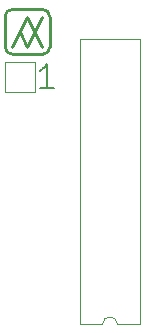
<source format=gbr>
%TF.GenerationSoftware,KiCad,Pcbnew,(6.0.1)*%
%TF.CreationDate,2022-02-13T21:37:46-07:00*%
%TF.ProjectId,GAL_to_bipolar,47414c5f-746f-45f6-9269-706f6c61722e,rev?*%
%TF.SameCoordinates,Original*%
%TF.FileFunction,Legend,Top*%
%TF.FilePolarity,Positive*%
%FSLAX46Y46*%
G04 Gerber Fmt 4.6, Leading zero omitted, Abs format (unit mm)*
G04 Created by KiCad (PCBNEW (6.0.1)) date 2022-02-13 21:37:46*
%MOMM*%
%LPD*%
G01*
G04 APERTURE LIST*
%ADD10C,0.203200*%
%ADD11C,0.254000*%
%ADD12C,0.120000*%
G04 APERTURE END LIST*
D10*
X141296571Y-69499238D02*
X140135428Y-69499238D01*
X140716000Y-69499238D02*
X140716000Y-67467238D01*
X140522476Y-67757523D01*
X140328952Y-67951047D01*
X140135428Y-68047809D01*
D11*
X137795000Y-66675000D02*
X140334999Y-66674999D01*
X137160000Y-63500000D02*
X137160000Y-66040000D01*
X140335000Y-62865000D02*
X137795000Y-62865000D01*
X140970000Y-63500000D02*
X140969999Y-66039999D01*
X137160003Y-66040000D02*
G75*
G03*
X137795000Y-66675000I634997J-3D01*
G01*
X140969997Y-63500000D02*
G75*
G03*
X140335000Y-62865000I-634997J3D01*
G01*
X140334999Y-66674996D02*
G75*
G03*
X140969999Y-66039999I3J634997D01*
G01*
X137795000Y-62865003D02*
G75*
G03*
X137160000Y-63500000I-3J-634997D01*
G01*
X139065000Y-66040000D02*
X140335000Y-63500000D01*
X138430000Y-64770000D02*
X139065000Y-66040000D01*
X139065000Y-63500000D02*
X140335000Y-66040000D01*
X137795000Y-66040000D02*
X139065000Y-63500000D01*
D12*
%TO.C,J2*%
X148590000Y-65405000D02*
X143510000Y-65405000D01*
X143510000Y-65405000D02*
X143510000Y-89535000D01*
X148590000Y-89535000D02*
X146685000Y-89535000D01*
X143510000Y-89535000D02*
X145415000Y-89535000D01*
X148590000Y-89535000D02*
X148590000Y-65405000D01*
X146685000Y-89535000D02*
G75*
G03*
X145415000Y-89535000I-635000J0D01*
G01*
%TO.C,J1*%
X137160000Y-67310000D02*
X137160000Y-69850000D01*
X137160000Y-69850000D02*
X139700000Y-69850000D01*
X139700000Y-69850000D02*
X139700000Y-67310000D01*
X139700000Y-67310000D02*
X137160000Y-67310000D01*
%TD*%
M02*

</source>
